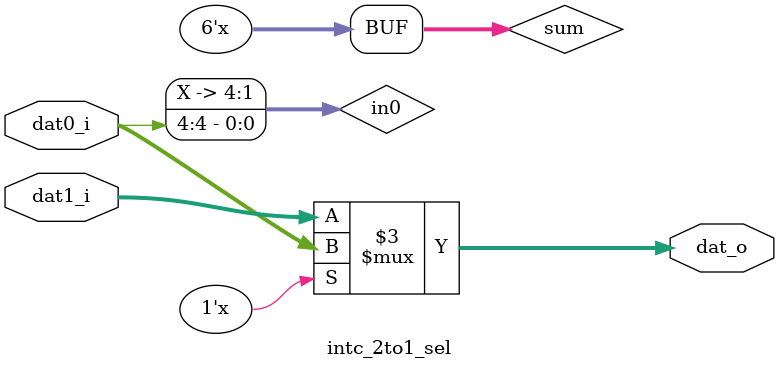
<source format=sv>


module intc_2to1_sel
    (
    //---------------------------------
    //Input
    dat0_i,
    dat1_i,
    //---------------------------------
    //Register interface
    dat_o
    );

////////////////////////////////////////////////////////////////////////////////
//parameter
parameter DW = 5;
parameter PRI_DW = 4;

////////////////////////////////////////////////////////////////////////////////
// Port declarations

//---------------------------------
//Inputs
input logic  [DW-1:0]          dat0_i;
input logic  [DW-1:0]          dat1_i;
//---------------------------------
//Output
output logic  [DW-1:0]         dat_o;
//------------------------------------------------------------------------------
//internal signal
logic [DW-1:8]                 in0;
logic [DW-1:8]                 in1;
logic [PRI_DW+1:0]             sum;

//------------------------------------------------------------------------------
//Checking CPU target of interrupt request 
assign in0 = dat0_i[DW-1:8];
assign in1 = ~dat1_i[DW-1:8];
assign sum = {1'b0,in0} + {1'b0,in1}; //in0 + in1 + cin (1'b0)

assign dat_o = sum[PRI_DW+1] ? dat0_i : dat1_i;


endmodule 


</source>
